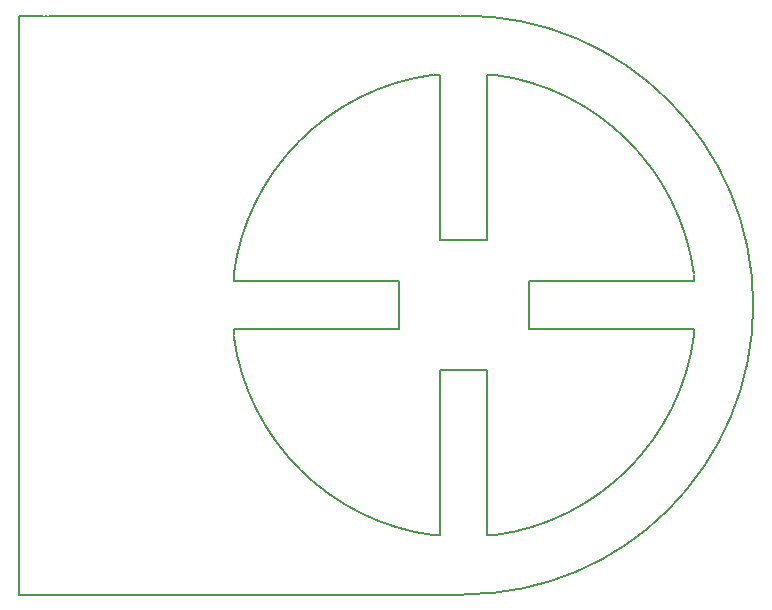
<source format=gko>
G04 #@! TF.FileFunction,Profile,NP*
%FSLAX46Y46*%
G04 Gerber Fmt 4.6, Leading zero omitted, Abs format (unit mm)*
G04 Created by KiCad (PCBNEW (2015-11-24 BZR 6329)-product) date Fri 20 Jan 2017 09:03:45 AM EST*
%MOMM*%
G01*
G04 APERTURE LIST*
%ADD10C,0.100000*%
%ADD11C,0.150000*%
G04 APERTURE END LIST*
D10*
D11*
X104750000Y-63500000D02*
X104500000Y-63500000D01*
X140000000Y-63500000D02*
X139750000Y-63500000D01*
X140000000Y-112500000D02*
G75*
G03X164500000Y-88000000I0J24500000D01*
G01*
X164500000Y-88000000D02*
G75*
G03X140000000Y-63500000I-24500000J0D01*
G01*
X137500000Y-68500000D02*
X138000000Y-68500000D01*
X142000000Y-68500000D02*
X142500000Y-68500000D01*
X120500000Y-90000000D02*
X120500000Y-90500000D01*
X120500000Y-86000000D02*
X120500000Y-85500000D01*
X142500000Y-107500000D02*
X142750000Y-107500000D01*
X137500000Y-107500000D02*
X138000000Y-107500000D01*
X142500000Y-107500000D02*
X142000000Y-107500000D01*
X159500000Y-86000000D02*
X159500000Y-85500000D01*
X159500000Y-90500000D02*
X159500000Y-90000000D01*
X138000000Y-82500000D02*
X142000000Y-82500000D01*
X134500000Y-90000000D02*
X134500000Y-86000000D01*
X142000000Y-93500000D02*
X138000000Y-93500000D01*
X145500000Y-86000000D02*
X145500000Y-90000000D01*
X138000000Y-82500000D02*
X138000000Y-81500000D01*
X142000000Y-82500000D02*
X142000000Y-81500000D01*
X145500000Y-90000000D02*
X146500000Y-90000000D01*
X145500000Y-86000000D02*
X146500000Y-86000000D01*
X134500000Y-90000000D02*
X133500000Y-90000000D01*
X134500000Y-86000000D02*
X133500000Y-86000000D01*
X138000000Y-93500000D02*
X138000000Y-94500000D01*
X142000000Y-93500000D02*
X142000000Y-94500000D01*
X102362000Y-63500000D02*
X104394000Y-63500000D01*
X102362000Y-112522000D02*
X102362000Y-63500000D01*
X139954000Y-112522000D02*
X102362000Y-112522000D01*
X139700000Y-63500000D02*
X104902000Y-63500000D01*
X133500000Y-90000000D02*
X120500000Y-90000000D01*
X133500000Y-86000000D02*
X120500000Y-86000000D01*
X138000000Y-81500000D02*
X138000000Y-68500000D01*
X137367843Y-68517399D02*
G75*
G03X120500000Y-85500000I2632157J-19482601D01*
G01*
X120517399Y-90632157D02*
G75*
G03X137500000Y-107500000I19482601J2632157D01*
G01*
X138000000Y-107500000D02*
X138000000Y-94500000D01*
X142000000Y-94500000D02*
X142000000Y-107500000D01*
X146500000Y-90000000D02*
X159500000Y-90000000D01*
X142632157Y-107482601D02*
G75*
G03X159500000Y-90500000I-2632157J19482601D01*
G01*
X142000000Y-81500000D02*
X142000000Y-68500000D01*
X159500000Y-86000000D02*
X146500000Y-86000000D01*
X159482601Y-85367843D02*
G75*
G03X142500000Y-68500000I-19482601J-2632157D01*
G01*
M02*

</source>
